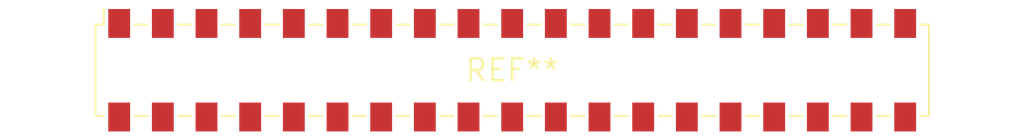
<source format=kicad_pcb>
(kicad_pcb (version 20240108) (generator pcbnew)
  (layers (0 "F.Cu" signal) (31 "B.Cu" signal) (34 "B.Paste" user) (35 "F.Paste" user) (36 "B.SilkS" user "B.Silkscreen") (37 "F.SilkS" user "F.Silkscreen") (38 "B.Mask" user) (39 "F.Mask" user) (44 "Edge.Cuts" user))
  (net 0 "")
  (footprint "Samtec_HLE-119-02-xxx-DV-BE_2x19_P2.54mm_Horizontal" (layer "F.Cu") (at 0 0)
    (property "Reference" "REF**")
    (property "Value" "Samtec_HLE-119-02-xxx-DV-BE_2x19_P2.54mm_Horizontal")
    (fp_line (start -24.24 -2.65) (end -24.24 2.65) (layer "F.SilkS") (stroke (width 0.12)))
    (fp_line (start -24.24 2.65) (end -23.755 2.65) (layer "F.SilkS") (stroke (width 0.12)))
    (fp_line (start -23.755 -3.56) (end -23.755 -2.65) (layer "F.SilkS") (stroke (width 0.12)))
    (fp_line (start -23.755 -2.65) (end -24.24 -2.65) (layer "F.SilkS") (stroke (width 0.12)))
    (fp_line (start -21.965 -2.65) (end -21.215 -2.65) (layer "F.SilkS") (stroke (width 0.12)))
    (fp_line (start -21.965 2.65) (end -21.215 2.65) (layer "F.SilkS") (stroke (width 0.12)))
    (fp_line (start -19.425 -2.65) (end -18.675 -2.65) (layer "F.SilkS") (stroke (width 0.12)))
    (fp_line (start -19.425 2.65) (end -18.675 2.65) (layer "F.SilkS") (stroke (width 0.12)))
    (fp_line (start -16.885 -2.65) (end -16.135 -2.65) (layer "F.SilkS") (stroke (width 0.12)))
    (fp_line (start -16.885 2.65) (end -16.135 2.65) (layer "F.SilkS") (stroke (width 0.12)))
    (fp_line (start -14.345 -2.65) (end -13.595 -2.65) (layer "F.SilkS") (stroke (width 0.12)))
    (fp_line (start -14.345 2.65) (end -13.595 2.65) (layer "F.SilkS") (stroke (width 0.12)))
    (fp_line (start -11.805 -2.65) (end -11.055 -2.65) (layer "F.SilkS") (stroke (width 0.12)))
    (fp_line (start -11.805 2.65) (end -11.055 2.65) (layer "F.SilkS") (stroke (width 0.12)))
    (fp_line (start -9.265 -2.65) (end -8.515 -2.65) (layer "F.SilkS") (stroke (width 0.12)))
    (fp_line (start -9.265 2.65) (end -8.515 2.65) (layer "F.SilkS") (stroke (width 0.12)))
    (fp_line (start -6.725 -2.65) (end -5.975 -2.65) (layer "F.SilkS") (stroke (width 0.12)))
    (fp_line (start -6.725 2.65) (end -5.975 2.65) (layer "F.SilkS") (stroke (width 0.12)))
    (fp_line (start -4.185 -2.65) (end -3.435 -2.65) (layer "F.SilkS") (stroke (width 0.12)))
    (fp_line (start -4.185 2.65) (end -3.435 2.65) (layer "F.SilkS") (stroke (width 0.12)))
    (fp_line (start -1.645 -2.65) (end -0.895 -2.65) (layer "F.SilkS") (stroke (width 0.12)))
    (fp_line (start -1.645 2.65) (end -0.895 2.65) (layer "F.SilkS") (stroke (width 0.12)))
    (fp_line (start 0.895 -2.65) (end 1.645 -2.65) (layer "F.SilkS") (stroke (width 0.12)))
    (fp_line (start 0.895 2.65) (end 1.645 2.65) (layer "F.SilkS") (stroke (width 0.12)))
    (fp_line (start 3.435 -2.65) (end 4.185 -2.65) (layer "F.SilkS") (stroke (width 0.12)))
    (fp_line (start 3.435 2.65) (end 4.185 2.65) (layer "F.SilkS") (stroke (width 0.12)))
    (fp_line (start 5.975 -2.65) (end 6.725 -2.65) (layer "F.SilkS") (stroke (width 0.12)))
    (fp_line (start 5.975 2.65) (end 6.725 2.65) (layer "F.SilkS") (stroke (width 0.12)))
    (fp_line (start 8.515 -2.65) (end 9.265 -2.65) (layer "F.SilkS") (stroke (width 0.12)))
    (fp_line (start 8.515 2.65) (end 9.265 2.65) (layer "F.SilkS") (stroke (width 0.12)))
    (fp_line (start 11.055 -2.65) (end 11.805 -2.65) (layer "F.SilkS") (stroke (width 0.12)))
    (fp_line (start 11.055 2.65) (end 11.805 2.65) (layer "F.SilkS") (stroke (width 0.12)))
    (fp_line (start 13.595 -2.65) (end 14.345 -2.65) (layer "F.SilkS") (stroke (width 0.12)))
    (fp_line (start 13.595 2.65) (end 14.345 2.65) (layer "F.SilkS") (stroke (width 0.12)))
    (fp_line (start 16.135 -2.65) (end 16.885 -2.65) (layer "F.SilkS") (stroke (width 0.12)))
    (fp_line (start 16.135 2.65) (end 16.885 2.65) (layer "F.SilkS") (stroke (width 0.12)))
    (fp_line (start 18.675 -2.65) (end 19.425 -2.65) (layer "F.SilkS") (stroke (width 0.12)))
    (fp_line (start 18.675 2.65) (end 19.425 2.65) (layer "F.SilkS") (stroke (width 0.12)))
    (fp_line (start 21.215 -2.65) (end 21.965 -2.65) (layer "F.SilkS") (stroke (width 0.12)))
    (fp_line (start 21.215 2.65) (end 21.965 2.65) (layer "F.SilkS") (stroke (width 0.12)))
    (fp_line (start 23.755 -2.65) (end 24.24 -2.65) (layer "F.SilkS") (stroke (width 0.12)))
    (fp_line (start 24.24 -2.65) (end 24.24 2.65) (layer "F.SilkS") (stroke (width 0.12)))
    (fp_line (start 24.24 2.65) (end 23.755 2.65) (layer "F.SilkS") (stroke (width 0.12)))
    (pad "" np_thru_hole circle (at -22.86 -1.27) (size 0.97 0.97) (drill 0.97) (layers *.Cu *.Mask))
    (pad "" np_thru_hole circle (at -22.86 1.27) (size 0.97 0.97) (drill 0.97) (layers *.Cu *.Mask))
    (pad "" np_thru_hole circle (at -20.32 -1.27) (size 0.97 0.97) (drill 0.97) (layers *.Cu *.Mask))
    (pad "" np_thru_hole circle (at -20.32 1.27) (size 0.97 0.97) (drill 0.97) (layers *.Cu *.Mask))
    (pad "" np_thru_hole circle (at -17.78 -1.27) (size 0.97 0.97) (drill 0.97) (layers *.Cu *.Mask))
    (pad "" np_thru_hole circle (at -17.78 1.27) (size 0.97 0.97) (drill 0.97) (layers *.Cu *.Mask))
    (pad "" np_thru_hole circle (at -15.24 -1.27) (size 0.97 0.97) (drill 0.97) (layers *.Cu *.Mask))
    (pad "" np_thru_hole circle (at -15.24 1.27) (size 0.97 0.97) (drill 0.97) (layers *.Cu *.Mask))
    (pad "" np_thru_hole circle (at -12.7 -1.27) (size 0.97 0.97) (drill 0.97) (layers *.Cu *.Mask))
    (pad "" np_thru_hole circle (at -12.7 1.27) (size 0.97 0.97) (drill 0.97) (layers *.Cu *.Mask))
    (pad "" np_thru_hole circle (at -10.16 -1.27) (size 0.97 0.97) (drill 0.97) (layers *.Cu *.Mask))
    (pad "" np_thru_hole circle (at -10.16 1.27) (size 0.97 0.97) (drill 0.97) (layers *.Cu *.Mask))
    (pad "" np_thru_hole circle (at -7.62 -1.27) (size 0.97 0.97) (drill 0.97) (layers *.Cu *.Mask))
    (pad "" np_thru_hole circle (at -7.62 1.27) (size 0.97 0.97) (drill 0.97) (layers *.Cu *.Mask))
    (pad "" np_thru_hole circle (at -5.08 -1.27) (size 0.97 0.97) (drill 0.97) (layers *.Cu *.Mask))
    (pad "" np_thru_hole circle (at -5.08 1.27) (size 0.97 0.97) (drill 0.97) (layers *.Cu *.Mask))
    (pad "" np_thru_hole circle (at -2.54 -1.27) (size 0.97 0.97) (drill 0.97) (layers *.Cu *.Mask))
    (pad "" np_thru_hole circle (at -2.54 1.27) (size 0.97 0.97) (drill 0.97) (layers *.Cu *.Mask))
    (pad "" np_thru_hole circle (at 0 -1.27) (size 0.97 0.97) (drill 0.97) (layers *.Cu *.Mask))
    (pad "" np_thru_hole circle (at 0 1.27) (size 0.97 0.97) (drill 0.97) (layers *.Cu *.Mask))
    (pad "" np_thru_hole circle (at 2.54 -1.27) (size 0.97 0.97) (drill 0.97) (layers *.Cu *.Mask))
    (pad "" np_thru_hole circle (at 2.54 1.27) (size 0.97 0.97) (drill 0.97) (layers *.Cu *.Mask))
    (pad "" np_thru_hole circle (at 5.08 -1.27) (size 0.97 0.97) (drill 0.97) (layers *.Cu *.Mask))
    (pad "" np_thru_hole circle (at 5.08 1.27) (size 0.97 0.97) (drill 0.97) (layers *.Cu *.Mask))
    (pad "" np_thru_hole circle (at 7.62 -1.27) (size 0.97 0.97) (drill 0.97) (layers *.Cu *.Mask))
    (pad "" np_thru_hole circle (at 7.62 1.27) (size 0.97 0.97) (drill 0.97) (layers *.Cu *.Mask))
    (pad "" np_thru_hole circle (at 10.16 -1.27) (size 0.97 0.97) (drill 0.97) (layers *.Cu *.Mask))
    (pad "" np_thru_hole circle (at 10.16 1.27) (size 0.97 0.97) (drill 0.97) (layers *.Cu *.Mask))
    (pad "" np_thru_hole circle (at 12.7 -1.27) (size 0.97 0.97) (drill 0.97) (layers *.Cu *.Mask))
    (pad "" np_thru_hole circle (at 12.7 1.27) (size 0.97 0.97) (drill 0.97) (layers *.Cu *.Mask))
    (pad "" np_thru_hole circle (at 15.24 -1.27) (size 0.97 0.97) (drill 0.97) (layers *.Cu *.Mask))
    (pad "" np_thru_hole circle (at 15.24 1.27) (size 0.97 0.97) (drill 0.97) (layers *.Cu *.Mask))
    (pad "" np_thru_hole circle (at 17.78 -1.27) (size 0.97 0.97) (drill 0.97) (layers *.Cu *.Mask))
    (pad "" np_thru_hole circle (at 17.78 1.27) (size 0.97 0.97) (drill 0.97) (layers *.Cu *.Mask))
    (pad "" np_thru_hole circle (at 20.32 -1.27) (size 0.97 0.97) (drill 0.97) (layers *.Cu *.Mask))
    (pad "" np_thru_hole circle (at 20.32 1.27) (size 0.97 0.97) (drill 0.97) (layers *.Cu *.Mask))
    (pad "" np_thru_hole circle (at 22.86 -1.27) (size 0.97 0.97) (drill 0.97) (layers *.Cu *.Mask))
    (pad "" np_thru_hole circle (at 22.86 1.27) (size 0.97 0.97) (drill 0.97) (layers *.Cu *.Mask))
    (pad "1" smd rect (at -22.86 -2.72) (size 1.27 1.68) (layers "F.Cu" "F.Paste" "F.Mask"))
    (pad "2" smd rect (at -22.86 2.72) (size 1.27 1.68) (layers "F.Cu" "F.Paste" "F.Mask"))
    (pad "3" smd rect (at -20.32 -2.72) (size 1.27 1.68) (layers "F.Cu" "F.Paste" "F.Mask"))
    (pad "4" smd rect (at -20.32 2.72) (size 1.27 1.68) (layers "F.Cu" "F.Paste" "F.Mask"))
    (pad "5" smd rect (at -17.78 -2.72) (size 1.27 1.68) (layers "F.Cu" "F.Paste" "F.Mask"))
    (pad "6" smd rect (at -17.78 2.72) (size 1.27 1.68) (layers "F.Cu" "F.Paste" "F.Mask"))
    (pad "7" smd rect (at -15.24 -2.72) (size 1.27 1.68) (layers "F.Cu" "F.Paste" "F.Mask"))
    (pad "8" smd rect (at -15.24 2.72) (size 1.27 1.68) (layers "F.Cu" "F.Paste" "F.Mask"))
    (pad "9" smd rect (at -12.7 -2.72) (size 1.27 1.68) (layers "F.Cu" "F.Paste" "F.Mask"))
    (pad "10" smd rect (at -12.7 2.72) (size 1.27 1.68) (layers "F.Cu" "F.Paste" "F.Mask"))
    (pad "11" smd rect (at -10.16 -2.72) (size 1.27 1.68) (layers "F.Cu" "F.Paste" "F.Mask"))
    (pad "12" smd rect (at -10.16 2.72) (size 1.27 1.68) (layers "F.Cu" "F.Paste" "F.Mask"))
    (pad "13" smd rect (at -7.62 -2.72) (size 1.27 1.68) (layers "F.Cu" "F.Paste" "F.Mask"))
    (pad "14" smd rect (at -7.62 2.72) (size 1.27 1.68) (layers "F.Cu" "F.Paste" "F.Mask"))
    (pad "15" smd rect (at -5.08 -2.72) (size 1.27 1.68) (layers "F.Cu" "F.Paste" "F.Mask"))
    (pad "16" smd rect (at -5.08 2.72) (size 1.27 1.68) (layers "F.Cu" "F.Paste" "F.Mask"))
    (pad "17" smd rect (at -2.54 -2.72) (size 1.27 1.68) (layers "F.Cu" "F.Paste" "F.Mask"))
    (pad "18" smd rect (at -2.54 2.72) (size 1.27 1.68) (layers "F.Cu" "F.Paste" "F.Mask"))
    (pad "19" smd rect (at 0 -2.72) (size 1.27 1.68) (layers "F.Cu" "F.Paste" "F.Mask"))
    (pad "20" smd rect (at 0 2.72) (size 1.27 1.68) (layers "F.Cu" "F.Paste" "F.Mask"))
    (pad "21" smd rect (at 2.54 -2.72) (size 1.27 1.68) (layers "F.Cu" "F.Paste" "F.Mask"))
    (pad "22" smd rect (at 2.54 2.72) (size 1.27 1.68) (layers "F.Cu" "F.Paste" "F.Mask"))
    (pad "23" smd rect (at 5.08 -2.72) (size 1.27 1.68) (layers "F.Cu" "F.Paste" "F.Mask"))
    (pad "24" smd rect (at 5.08 2.72) (size 1.27 1.68) (layers "F.Cu" "F.Paste" "F.Mask"))
    (pad "25" smd rect (at 7.62 -2.72) (size 1.27 1.68) (layers "F.Cu" "F.Paste" "F.Mask"))
    (pad "26" smd rect (at 7.62 2.72) (size 1.27 1.68) (layers "F.Cu" "F.Paste" "F.Mask"))
    (pad "27" smd rect (at 10.16 -2.72) (size 1.27 1.68) (layers "F.Cu" "F.Paste" "F.Mask"))
    (pad "28" smd rect (at 10.16 2.72) (size 1.27 1.68) (layers "F.Cu" "F.Paste" "F.Mask"))
    (pad "29" smd rect (at 12.7 -2.72) (size 1.27 1.68) (layers "F.Cu" "F.Paste" "F.Mask"))
    (pad "30" smd rect (at 12.7 2.72) (size 1.27 1.68) (layers "F.Cu" "F.Paste" "F.Mask"))
    (pad "31" smd rect (at 15.24 -2.72) (size 1.27 1.68) (layers "F.Cu" "F.Paste" "F.Mask"))
    (pad "32" smd rect (at 15.24 2.72) (size 1.27 1.68) (layers "F.Cu" "F.Paste" "F.Mask"))
    (pad "33" smd rect (at 17.78 -2.72) (size 1.27 1.68) (layers "F.Cu" "F.Paste" "F.Mask"))
    (pad "34" smd rect (at 17.78 2.72) (size 1.27 1.68) (layers "F.Cu" "F.Paste" "F.Mask"))
    (pad "35" smd rect (at 20.32 -2.72) (size 1.27 1.68) (layers "F.Cu" "F.Paste" "F.Mask"))
    (pad "36" smd rect (at 20.32 2.72) (size 1.27 1.68) (layers "F.Cu" "F.Paste" "F.Mask"))
    (pad "37" smd rect (at 22.86 -2.72) (size 1.27 1.68) (layers "F.Cu" "F.Paste" "F.Mask"))
    (pad "38" smd rect (at 22.86 2.72) (size 1.27 1.68) (layers "F.Cu" "F.Paste" "F.Mask"))
  )
)
</source>
